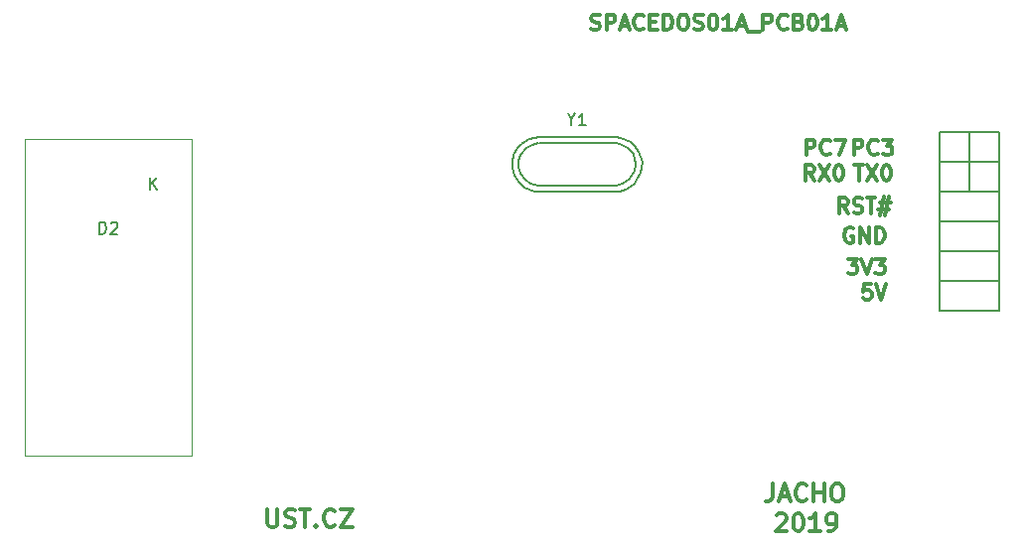
<source format=gbr>
G04 #@! TF.GenerationSoftware,KiCad,Pcbnew,(6.0.0-rc1-dev-1606-g4cd41e394)*
G04 #@! TF.CreationDate,2019-01-30T22:16:11+01:00
G04 #@! TF.ProjectId,SPACEDOS01A_PCB01A,53504143-4544-44f5-9330-31415f504342,REV*
G04 #@! TF.SameCoordinates,Original*
G04 #@! TF.FileFunction,Legend,Top*
G04 #@! TF.FilePolarity,Positive*
%FSLAX46Y46*%
G04 Gerber Fmt 4.6, Leading zero omitted, Abs format (unit mm)*
G04 Created by KiCad (PCBNEW (6.0.0-rc1-dev-1606-g4cd41e394)) date 30.01.2019 22:16:11*
%MOMM*%
%LPD*%
G04 APERTURE LIST*
%ADD10C,0.300000*%
%ADD11C,0.150000*%
%ADD12C,0.100000*%
G04 APERTURE END LIST*
D10*
X72349428Y35352904D02*
X72349428Y36652904D01*
X72844666Y36652904D01*
X72968476Y36591000D01*
X73030380Y36529095D01*
X73092285Y36405285D01*
X73092285Y36219571D01*
X73030380Y36095761D01*
X72968476Y36033857D01*
X72844666Y35971952D01*
X72349428Y35971952D01*
X74392285Y35476714D02*
X74330380Y35414809D01*
X74144666Y35352904D01*
X74020857Y35352904D01*
X73835142Y35414809D01*
X73711333Y35538619D01*
X73649428Y35662428D01*
X73587523Y35910047D01*
X73587523Y36095761D01*
X73649428Y36343380D01*
X73711333Y36467190D01*
X73835142Y36591000D01*
X74020857Y36652904D01*
X74144666Y36652904D01*
X74330380Y36591000D01*
X74392285Y36529095D01*
X74825619Y36652904D02*
X75692285Y36652904D01*
X75135142Y35352904D01*
X75902238Y26492904D02*
X76707000Y26492904D01*
X76273666Y25997666D01*
X76459380Y25997666D01*
X76583190Y25935761D01*
X76645095Y25873857D01*
X76707000Y25750047D01*
X76707000Y25440523D01*
X76645095Y25316714D01*
X76583190Y25254809D01*
X76459380Y25192904D01*
X76087952Y25192904D01*
X75964142Y25254809D01*
X75902238Y25316714D01*
X77078428Y26492904D02*
X77511761Y25192904D01*
X77945095Y26492904D01*
X78254619Y26492904D02*
X79059380Y26492904D01*
X78626047Y25997666D01*
X78811761Y25997666D01*
X78935571Y25935761D01*
X78997476Y25873857D01*
X79059380Y25750047D01*
X79059380Y25440523D01*
X78997476Y25316714D01*
X78935571Y25254809D01*
X78811761Y25192904D01*
X78440333Y25192904D01*
X78316523Y25254809D01*
X78254619Y25316714D01*
X73027190Y33193904D02*
X72593857Y33812952D01*
X72284333Y33193904D02*
X72284333Y34493904D01*
X72779571Y34493904D01*
X72903380Y34432000D01*
X72965285Y34370095D01*
X73027190Y34246285D01*
X73027190Y34060571D01*
X72965285Y33936761D01*
X72903380Y33874857D01*
X72779571Y33812952D01*
X72284333Y33812952D01*
X73460523Y34493904D02*
X74327190Y33193904D01*
X74327190Y34493904D02*
X73460523Y33193904D01*
X75070047Y34493904D02*
X75193857Y34493904D01*
X75317666Y34432000D01*
X75379571Y34370095D01*
X75441476Y34246285D01*
X75503380Y33998666D01*
X75503380Y33689142D01*
X75441476Y33441523D01*
X75379571Y33317714D01*
X75317666Y33255809D01*
X75193857Y33193904D01*
X75070047Y33193904D01*
X74946238Y33255809D01*
X74884333Y33317714D01*
X74822428Y33441523D01*
X74760523Y33689142D01*
X74760523Y33998666D01*
X74822428Y34246285D01*
X74884333Y34370095D01*
X74946238Y34432000D01*
X75070047Y34493904D01*
X77883190Y24333904D02*
X77264142Y24333904D01*
X77202238Y23714857D01*
X77264142Y23776761D01*
X77387952Y23838666D01*
X77697476Y23838666D01*
X77821285Y23776761D01*
X77883190Y23714857D01*
X77945095Y23591047D01*
X77945095Y23281523D01*
X77883190Y23157714D01*
X77821285Y23095809D01*
X77697476Y23033904D01*
X77387952Y23033904D01*
X77264142Y23095809D01*
X77202238Y23157714D01*
X78316523Y24333904D02*
X78749857Y23033904D01*
X79183190Y24333904D01*
X76335571Y29098000D02*
X76211761Y29159904D01*
X76026047Y29159904D01*
X75840333Y29098000D01*
X75716523Y28974190D01*
X75654619Y28850380D01*
X75592714Y28602761D01*
X75592714Y28417047D01*
X75654619Y28169428D01*
X75716523Y28045619D01*
X75840333Y27921809D01*
X76026047Y27859904D01*
X76149857Y27859904D01*
X76335571Y27921809D01*
X76397476Y27983714D01*
X76397476Y28417047D01*
X76149857Y28417047D01*
X76954619Y27859904D02*
X76954619Y29159904D01*
X77697476Y27859904D01*
X77697476Y29159904D01*
X78316523Y27859904D02*
X78316523Y29159904D01*
X78626047Y29159904D01*
X78811761Y29098000D01*
X78935571Y28974190D01*
X78997476Y28850380D01*
X79059380Y28602761D01*
X79059380Y28417047D01*
X78997476Y28169428D01*
X78935571Y28045619D01*
X78811761Y27921809D01*
X78626047Y27859904D01*
X78316523Y27859904D01*
X76472142Y34493904D02*
X77215000Y34493904D01*
X76843571Y33193904D02*
X76843571Y34493904D01*
X77524523Y34493904D02*
X78391190Y33193904D01*
X78391190Y34493904D02*
X77524523Y33193904D01*
X79134047Y34493904D02*
X79257857Y34493904D01*
X79381666Y34432000D01*
X79443571Y34370095D01*
X79505476Y34246285D01*
X79567380Y33998666D01*
X79567380Y33689142D01*
X79505476Y33441523D01*
X79443571Y33317714D01*
X79381666Y33255809D01*
X79257857Y33193904D01*
X79134047Y33193904D01*
X79010238Y33255809D01*
X78948333Y33317714D01*
X78886428Y33441523D01*
X78824523Y33689142D01*
X78824523Y33998666D01*
X78886428Y34246285D01*
X78948333Y34370095D01*
X79010238Y34432000D01*
X79134047Y34493904D01*
X76413428Y35352904D02*
X76413428Y36652904D01*
X76908666Y36652904D01*
X77032476Y36591000D01*
X77094380Y36529095D01*
X77156285Y36405285D01*
X77156285Y36219571D01*
X77094380Y36095761D01*
X77032476Y36033857D01*
X76908666Y35971952D01*
X76413428Y35971952D01*
X78456285Y35476714D02*
X78394380Y35414809D01*
X78208666Y35352904D01*
X78084857Y35352904D01*
X77899142Y35414809D01*
X77775333Y35538619D01*
X77713428Y35662428D01*
X77651523Y35910047D01*
X77651523Y36095761D01*
X77713428Y36343380D01*
X77775333Y36467190D01*
X77899142Y36591000D01*
X78084857Y36652904D01*
X78208666Y36652904D01*
X78394380Y36591000D01*
X78456285Y36529095D01*
X78889619Y36652904D02*
X79694380Y36652904D01*
X79261047Y36157666D01*
X79446761Y36157666D01*
X79570571Y36095761D01*
X79632476Y36033857D01*
X79694380Y35910047D01*
X79694380Y35600523D01*
X79632476Y35476714D01*
X79570571Y35414809D01*
X79446761Y35352904D01*
X79075333Y35352904D01*
X78951523Y35414809D01*
X78889619Y35476714D01*
X54025619Y46082809D02*
X54211333Y46020904D01*
X54520857Y46020904D01*
X54644666Y46082809D01*
X54706571Y46144714D01*
X54768476Y46268523D01*
X54768476Y46392333D01*
X54706571Y46516142D01*
X54644666Y46578047D01*
X54520857Y46639952D01*
X54273238Y46701857D01*
X54149428Y46763761D01*
X54087523Y46825666D01*
X54025619Y46949476D01*
X54025619Y47073285D01*
X54087523Y47197095D01*
X54149428Y47259000D01*
X54273238Y47320904D01*
X54582761Y47320904D01*
X54768476Y47259000D01*
X55325619Y46020904D02*
X55325619Y47320904D01*
X55820857Y47320904D01*
X55944666Y47259000D01*
X56006571Y47197095D01*
X56068476Y47073285D01*
X56068476Y46887571D01*
X56006571Y46763761D01*
X55944666Y46701857D01*
X55820857Y46639952D01*
X55325619Y46639952D01*
X56563714Y46392333D02*
X57182761Y46392333D01*
X56439904Y46020904D02*
X56873238Y47320904D01*
X57306571Y46020904D01*
X58482761Y46144714D02*
X58420857Y46082809D01*
X58235142Y46020904D01*
X58111333Y46020904D01*
X57925619Y46082809D01*
X57801809Y46206619D01*
X57739904Y46330428D01*
X57678000Y46578047D01*
X57678000Y46763761D01*
X57739904Y47011380D01*
X57801809Y47135190D01*
X57925619Y47259000D01*
X58111333Y47320904D01*
X58235142Y47320904D01*
X58420857Y47259000D01*
X58482761Y47197095D01*
X59039904Y46701857D02*
X59473238Y46701857D01*
X59658952Y46020904D02*
X59039904Y46020904D01*
X59039904Y47320904D01*
X59658952Y47320904D01*
X60216095Y46020904D02*
X60216095Y47320904D01*
X60525619Y47320904D01*
X60711333Y47259000D01*
X60835142Y47135190D01*
X60897047Y47011380D01*
X60958952Y46763761D01*
X60958952Y46578047D01*
X60897047Y46330428D01*
X60835142Y46206619D01*
X60711333Y46082809D01*
X60525619Y46020904D01*
X60216095Y46020904D01*
X61763714Y47320904D02*
X62011333Y47320904D01*
X62135142Y47259000D01*
X62258952Y47135190D01*
X62320857Y46887571D01*
X62320857Y46454238D01*
X62258952Y46206619D01*
X62135142Y46082809D01*
X62011333Y46020904D01*
X61763714Y46020904D01*
X61639904Y46082809D01*
X61516095Y46206619D01*
X61454190Y46454238D01*
X61454190Y46887571D01*
X61516095Y47135190D01*
X61639904Y47259000D01*
X61763714Y47320904D01*
X62816095Y46082809D02*
X63001809Y46020904D01*
X63311333Y46020904D01*
X63435142Y46082809D01*
X63497047Y46144714D01*
X63558952Y46268523D01*
X63558952Y46392333D01*
X63497047Y46516142D01*
X63435142Y46578047D01*
X63311333Y46639952D01*
X63063714Y46701857D01*
X62939904Y46763761D01*
X62878000Y46825666D01*
X62816095Y46949476D01*
X62816095Y47073285D01*
X62878000Y47197095D01*
X62939904Y47259000D01*
X63063714Y47320904D01*
X63373238Y47320904D01*
X63558952Y47259000D01*
X64363714Y47320904D02*
X64487523Y47320904D01*
X64611333Y47259000D01*
X64673238Y47197095D01*
X64735142Y47073285D01*
X64797047Y46825666D01*
X64797047Y46516142D01*
X64735142Y46268523D01*
X64673238Y46144714D01*
X64611333Y46082809D01*
X64487523Y46020904D01*
X64363714Y46020904D01*
X64239904Y46082809D01*
X64178000Y46144714D01*
X64116095Y46268523D01*
X64054190Y46516142D01*
X64054190Y46825666D01*
X64116095Y47073285D01*
X64178000Y47197095D01*
X64239904Y47259000D01*
X64363714Y47320904D01*
X66035142Y46020904D02*
X65292285Y46020904D01*
X65663714Y46020904D02*
X65663714Y47320904D01*
X65539904Y47135190D01*
X65416095Y47011380D01*
X65292285Y46949476D01*
X66530380Y46392333D02*
X67149428Y46392333D01*
X66406571Y46020904D02*
X66839904Y47320904D01*
X67273238Y46020904D01*
X67397047Y45897095D02*
X68387523Y45897095D01*
X68697047Y46020904D02*
X68697047Y47320904D01*
X69192285Y47320904D01*
X69316095Y47259000D01*
X69378000Y47197095D01*
X69439904Y47073285D01*
X69439904Y46887571D01*
X69378000Y46763761D01*
X69316095Y46701857D01*
X69192285Y46639952D01*
X68697047Y46639952D01*
X70739904Y46144714D02*
X70678000Y46082809D01*
X70492285Y46020904D01*
X70368476Y46020904D01*
X70182761Y46082809D01*
X70058952Y46206619D01*
X69997047Y46330428D01*
X69935142Y46578047D01*
X69935142Y46763761D01*
X69997047Y47011380D01*
X70058952Y47135190D01*
X70182761Y47259000D01*
X70368476Y47320904D01*
X70492285Y47320904D01*
X70678000Y47259000D01*
X70739904Y47197095D01*
X71730380Y46701857D02*
X71916095Y46639952D01*
X71978000Y46578047D01*
X72039904Y46454238D01*
X72039904Y46268523D01*
X71978000Y46144714D01*
X71916095Y46082809D01*
X71792285Y46020904D01*
X71297047Y46020904D01*
X71297047Y47320904D01*
X71730380Y47320904D01*
X71854190Y47259000D01*
X71916095Y47197095D01*
X71978000Y47073285D01*
X71978000Y46949476D01*
X71916095Y46825666D01*
X71854190Y46763761D01*
X71730380Y46701857D01*
X71297047Y46701857D01*
X72844666Y47320904D02*
X72968476Y47320904D01*
X73092285Y47259000D01*
X73154190Y47197095D01*
X73216095Y47073285D01*
X73278000Y46825666D01*
X73278000Y46516142D01*
X73216095Y46268523D01*
X73154190Y46144714D01*
X73092285Y46082809D01*
X72968476Y46020904D01*
X72844666Y46020904D01*
X72720857Y46082809D01*
X72658952Y46144714D01*
X72597047Y46268523D01*
X72535142Y46516142D01*
X72535142Y46825666D01*
X72597047Y47073285D01*
X72658952Y47197095D01*
X72720857Y47259000D01*
X72844666Y47320904D01*
X74516095Y46020904D02*
X73773238Y46020904D01*
X74144666Y46020904D02*
X74144666Y47320904D01*
X74020857Y47135190D01*
X73897047Y47011380D01*
X73773238Y46949476D01*
X75011333Y46392333D02*
X75630380Y46392333D01*
X74887523Y46020904D02*
X75320857Y47320904D01*
X75754190Y46020904D01*
X75911809Y30399904D02*
X75478476Y31018952D01*
X75168952Y30399904D02*
X75168952Y31699904D01*
X75664190Y31699904D01*
X75788000Y31638000D01*
X75849904Y31576095D01*
X75911809Y31452285D01*
X75911809Y31266571D01*
X75849904Y31142761D01*
X75788000Y31080857D01*
X75664190Y31018952D01*
X75168952Y31018952D01*
X76407047Y30461809D02*
X76592761Y30399904D01*
X76902285Y30399904D01*
X77026095Y30461809D01*
X77088000Y30523714D01*
X77149904Y30647523D01*
X77149904Y30771333D01*
X77088000Y30895142D01*
X77026095Y30957047D01*
X76902285Y31018952D01*
X76654666Y31080857D01*
X76530857Y31142761D01*
X76468952Y31204666D01*
X76407047Y31328476D01*
X76407047Y31452285D01*
X76468952Y31576095D01*
X76530857Y31638000D01*
X76654666Y31699904D01*
X76964190Y31699904D01*
X77149904Y31638000D01*
X77521333Y31699904D02*
X78264190Y31699904D01*
X77892761Y30399904D02*
X77892761Y31699904D01*
X78635619Y31266571D02*
X79564190Y31266571D01*
X79007047Y31823714D02*
X78635619Y30152285D01*
X79440380Y30709428D02*
X78511809Y30709428D01*
X79068952Y30152285D02*
X79440380Y31823714D01*
X69818571Y4615571D02*
X69890000Y4687000D01*
X70032857Y4758428D01*
X70390000Y4758428D01*
X70532857Y4687000D01*
X70604285Y4615571D01*
X70675714Y4472714D01*
X70675714Y4329857D01*
X70604285Y4115571D01*
X69747142Y3258428D01*
X70675714Y3258428D01*
X71604285Y4758428D02*
X71747142Y4758428D01*
X71890000Y4687000D01*
X71961428Y4615571D01*
X72032857Y4472714D01*
X72104285Y4187000D01*
X72104285Y3829857D01*
X72032857Y3544142D01*
X71961428Y3401285D01*
X71890000Y3329857D01*
X71747142Y3258428D01*
X71604285Y3258428D01*
X71461428Y3329857D01*
X71390000Y3401285D01*
X71318571Y3544142D01*
X71247142Y3829857D01*
X71247142Y4187000D01*
X71318571Y4472714D01*
X71390000Y4615571D01*
X71461428Y4687000D01*
X71604285Y4758428D01*
X73532857Y3258428D02*
X72675714Y3258428D01*
X73104285Y3258428D02*
X73104285Y4758428D01*
X72961428Y4544142D01*
X72818571Y4401285D01*
X72675714Y4329857D01*
X74247142Y3258428D02*
X74532857Y3258428D01*
X74675714Y3329857D01*
X74747142Y3401285D01*
X74890000Y3615571D01*
X74961428Y3901285D01*
X74961428Y4472714D01*
X74890000Y4615571D01*
X74818571Y4687000D01*
X74675714Y4758428D01*
X74390000Y4758428D01*
X74247142Y4687000D01*
X74175714Y4615571D01*
X74104285Y4472714D01*
X74104285Y4115571D01*
X74175714Y3972714D01*
X74247142Y3901285D01*
X74390000Y3829857D01*
X74675714Y3829857D01*
X74818571Y3901285D01*
X74890000Y3972714D01*
X74961428Y4115571D01*
X69513000Y7298428D02*
X69513000Y6227000D01*
X69441571Y6012714D01*
X69298714Y5869857D01*
X69084428Y5798428D01*
X68941571Y5798428D01*
X70155857Y6227000D02*
X70870142Y6227000D01*
X70013000Y5798428D02*
X70513000Y7298428D01*
X71013000Y5798428D01*
X72370142Y5941285D02*
X72298714Y5869857D01*
X72084428Y5798428D01*
X71941571Y5798428D01*
X71727285Y5869857D01*
X71584428Y6012714D01*
X71513000Y6155571D01*
X71441571Y6441285D01*
X71441571Y6655571D01*
X71513000Y6941285D01*
X71584428Y7084142D01*
X71727285Y7227000D01*
X71941571Y7298428D01*
X72084428Y7298428D01*
X72298714Y7227000D01*
X72370142Y7155571D01*
X73013000Y5798428D02*
X73013000Y7298428D01*
X73013000Y6584142D02*
X73870142Y6584142D01*
X73870142Y5798428D02*
X73870142Y7298428D01*
X74870142Y7298428D02*
X75155857Y7298428D01*
X75298714Y7227000D01*
X75441571Y7084142D01*
X75513000Y6798428D01*
X75513000Y6298428D01*
X75441571Y6012714D01*
X75298714Y5869857D01*
X75155857Y5798428D01*
X74870142Y5798428D01*
X74727285Y5869857D01*
X74584428Y6012714D01*
X74513000Y6298428D01*
X74513000Y6798428D01*
X74584428Y7084142D01*
X74727285Y7227000D01*
X74870142Y7298428D01*
X26436285Y5139428D02*
X26436285Y3925142D01*
X26507714Y3782285D01*
X26579142Y3710857D01*
X26722000Y3639428D01*
X27007714Y3639428D01*
X27150571Y3710857D01*
X27222000Y3782285D01*
X27293428Y3925142D01*
X27293428Y5139428D01*
X27936285Y3710857D02*
X28150571Y3639428D01*
X28507714Y3639428D01*
X28650571Y3710857D01*
X28722000Y3782285D01*
X28793428Y3925142D01*
X28793428Y4068000D01*
X28722000Y4210857D01*
X28650571Y4282285D01*
X28507714Y4353714D01*
X28222000Y4425142D01*
X28079142Y4496571D01*
X28007714Y4568000D01*
X27936285Y4710857D01*
X27936285Y4853714D01*
X28007714Y4996571D01*
X28079142Y5068000D01*
X28222000Y5139428D01*
X28579142Y5139428D01*
X28793428Y5068000D01*
X29222000Y5139428D02*
X30079142Y5139428D01*
X29650571Y3639428D02*
X29650571Y5139428D01*
X30579142Y3782285D02*
X30650571Y3710857D01*
X30579142Y3639428D01*
X30507714Y3710857D01*
X30579142Y3782285D01*
X30579142Y3639428D01*
X32150571Y3782285D02*
X32079142Y3710857D01*
X31864857Y3639428D01*
X31722000Y3639428D01*
X31507714Y3710857D01*
X31364857Y3853714D01*
X31293428Y3996571D01*
X31222000Y4282285D01*
X31222000Y4496571D01*
X31293428Y4782285D01*
X31364857Y4925142D01*
X31507714Y5068000D01*
X31722000Y5139428D01*
X31864857Y5139428D01*
X32079142Y5068000D01*
X32150571Y4996571D01*
X32650571Y5139428D02*
X33650571Y5139428D01*
X32650571Y3639428D01*
X33650571Y3639428D01*
D11*
X83693000Y29718000D02*
X83693000Y32258000D01*
X88773000Y29718000D02*
X83693000Y29718000D01*
X88773000Y32258000D02*
X88773000Y29718000D01*
X83693000Y32258000D02*
X88773000Y32258000D01*
X57531000Y35544760D02*
X57731660Y35143440D01*
X57731660Y35143440D02*
X57833260Y34544000D01*
X57833260Y34544000D02*
X57731660Y34043620D01*
X57731660Y34043620D02*
X57332880Y33345120D01*
X57332880Y33345120D02*
X56730900Y32943800D01*
X56730900Y32943800D02*
X56131460Y32743140D01*
X56131460Y32743140D02*
X49532540Y32743140D01*
X49532540Y32743140D02*
X48831500Y32943800D01*
X48831500Y32943800D02*
X48432720Y33243520D01*
X48432720Y33243520D02*
X48031400Y33743900D01*
X48031400Y33743900D02*
X47830740Y34343340D01*
X47830740Y34343340D02*
X47830740Y34843720D01*
X47830740Y34843720D02*
X48031400Y35344100D01*
X48031400Y35344100D02*
X48531780Y35943540D01*
X48531780Y35943540D02*
X49032160Y36243260D01*
X49032160Y36243260D02*
X49532540Y36344860D01*
X49631600Y36344860D02*
X56233060Y36344860D01*
X56233060Y36344860D02*
X56631840Y36243260D01*
X56631840Y36243260D02*
X57132220Y35943540D01*
X57132220Y35943540D02*
X57632600Y35443160D01*
X49641760Y36873180D02*
X49182020Y36824920D01*
X49182020Y36824920D02*
X48783240Y36713160D01*
X48783240Y36713160D02*
X48351440Y36494720D01*
X48351440Y36494720D02*
X48061880Y36263580D01*
X48061880Y36263580D02*
X47731680Y35913060D01*
X47731680Y35913060D02*
X47442120Y35374580D01*
X47442120Y35374580D02*
X47312580Y34775140D01*
X47312580Y34775140D02*
X47312580Y34264600D01*
X47312580Y34264600D02*
X47482760Y33563560D01*
X47482760Y33563560D02*
X47881540Y32974280D01*
X47881540Y32974280D02*
X48341280Y32603440D01*
X48341280Y32603440D02*
X48762920Y32395160D01*
X48762920Y32395160D02*
X49212500Y32235140D01*
X49212500Y32235140D02*
X49651920Y32204660D01*
X56992520Y32423100D02*
X57370980Y32644080D01*
X57370980Y32644080D02*
X57691020Y32923480D01*
X57691020Y32923480D02*
X57942480Y33253680D01*
X57942480Y33253680D02*
X58242200Y33804860D01*
X58242200Y33804860D02*
X58351420Y34274760D01*
X58351420Y34274760D02*
X58371740Y34734500D01*
X58371740Y34734500D02*
X58282840Y35194240D01*
X58282840Y35194240D02*
X58092340Y35643820D01*
X58092340Y35643820D02*
X57731660Y36113720D01*
X57731660Y36113720D02*
X57381140Y36433760D01*
X57381140Y36433760D02*
X56992520Y36664900D01*
X56992520Y36664900D02*
X56563260Y36804600D01*
X56563260Y36804600D02*
X56121300Y36873180D01*
X49631600Y32214820D02*
X56083200Y32214820D01*
X56083200Y32214820D02*
X56502300Y32252920D01*
X56502300Y32252920D02*
X56992520Y32423100D01*
X49631600Y36873180D02*
X56083200Y36873180D01*
X83693000Y24638000D02*
X83693000Y27178000D01*
X83693000Y27178000D02*
X88773000Y27178000D01*
X88773000Y27178000D02*
X88773000Y24638000D01*
X88773000Y24638000D02*
X83693000Y24638000D01*
X83693000Y27178000D02*
X83693000Y29718000D01*
X83693000Y29718000D02*
X88773000Y29718000D01*
X88773000Y29718000D02*
X88773000Y27178000D01*
X88773000Y27178000D02*
X83693000Y27178000D01*
X88773000Y22098000D02*
X83693000Y22098000D01*
X88773000Y24638000D02*
X88773000Y22098000D01*
X83693000Y24638000D02*
X88773000Y24638000D01*
X83693000Y22098000D02*
X83693000Y24638000D01*
D12*
X19960000Y9690000D02*
X5760000Y9690000D01*
X19960000Y9690000D02*
X19960000Y36690000D01*
X19960000Y36690000D02*
X5760000Y36690000D01*
X5760000Y9690000D02*
X5760000Y36690000D01*
D11*
X83693000Y34798000D02*
X83693000Y37338000D01*
X86233000Y34798000D02*
X83693000Y34798000D01*
X86233000Y37338000D02*
X86233000Y34798000D01*
X83693000Y37338000D02*
X86233000Y37338000D01*
X86233000Y37338000D02*
X88773000Y37338000D01*
X88773000Y37338000D02*
X88773000Y34798000D01*
X88773000Y34798000D02*
X86233000Y34798000D01*
X86233000Y34798000D02*
X86233000Y37338000D01*
X83693000Y32258000D02*
X83693000Y34798000D01*
X86233000Y32258000D02*
X83693000Y32258000D01*
X86233000Y34798000D02*
X86233000Y32258000D01*
X83693000Y34798000D02*
X86233000Y34798000D01*
X86233000Y34798000D02*
X88773000Y34798000D01*
X88773000Y34798000D02*
X88773000Y32258000D01*
X88773000Y32258000D02*
X86233000Y32258000D01*
X86233000Y32258000D02*
X86233000Y34798000D01*
X52355809Y38377809D02*
X52355809Y37901619D01*
X52022476Y38901619D02*
X52355809Y38377809D01*
X52689142Y38901619D01*
X53546285Y37901619D02*
X52974857Y37901619D01*
X53260571Y37901619D02*
X53260571Y38901619D01*
X53165333Y38758761D01*
X53070095Y38663523D01*
X52974857Y38615904D01*
X12121904Y28617619D02*
X12121904Y29617619D01*
X12360000Y29617619D01*
X12502857Y29570000D01*
X12598095Y29474761D01*
X12645714Y29379523D01*
X12693333Y29189047D01*
X12693333Y29046190D01*
X12645714Y28855714D01*
X12598095Y28760476D01*
X12502857Y28665238D01*
X12360000Y28617619D01*
X12121904Y28617619D01*
X13074285Y29522380D02*
X13121904Y29570000D01*
X13217142Y29617619D01*
X13455238Y29617619D01*
X13550476Y29570000D01*
X13598095Y29522380D01*
X13645714Y29427142D01*
X13645714Y29331904D01*
X13598095Y29189047D01*
X13026666Y28617619D01*
X13645714Y28617619D01*
X16408095Y32427619D02*
X16408095Y33427619D01*
X16979523Y32427619D02*
X16550952Y32999047D01*
X16979523Y33427619D02*
X16408095Y32856190D01*
M02*

</source>
